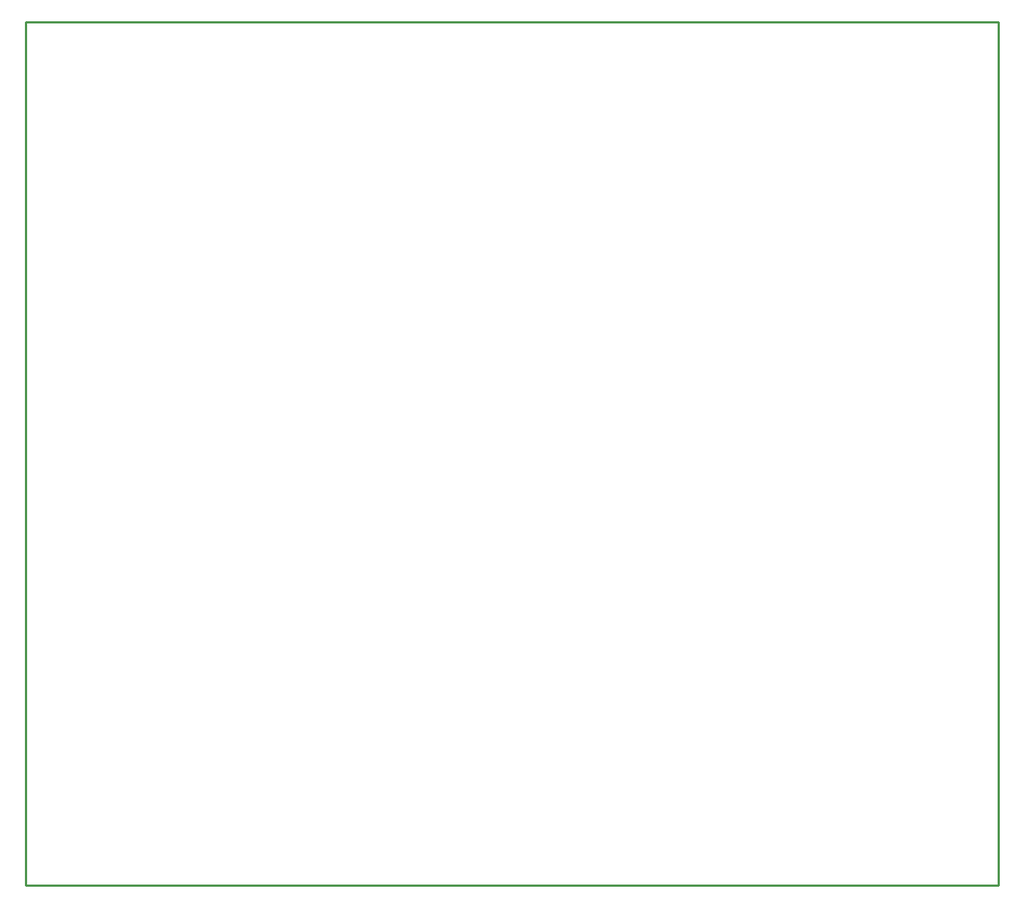
<source format=gm1>
G04*
G04 #@! TF.GenerationSoftware,Altium Limited,Altium Designer,20.0.2 (26)*
G04*
G04 Layer_Color=16711935*
%FSLAX44Y44*%
%MOMM*%
G71*
G01*
G75*
%ADD15C,0.2540*%
D15*
X1397000Y793750D02*
X1397000Y1790700D01*
X2520950D01*
Y793750D02*
Y1790700D01*
X1397000Y793750D02*
X2520950Y793750D01*
M02*

</source>
